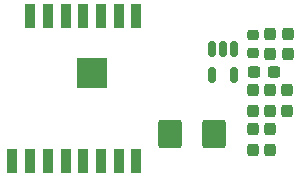
<source format=gbr>
%TF.GenerationSoftware,KiCad,Pcbnew,9.0.3*%
%TF.CreationDate,2025-08-01T16:52:08-04:00*%
%TF.ProjectId,dongle_pcb,646f6e67-6c65-45f7-9063-622e6b696361,rev?*%
%TF.SameCoordinates,Original*%
%TF.FileFunction,Soldermask,Bot*%
%TF.FilePolarity,Negative*%
%FSLAX46Y46*%
G04 Gerber Fmt 4.6, Leading zero omitted, Abs format (unit mm)*
G04 Created by KiCad (PCBNEW 9.0.3) date 2025-08-01 16:52:08*
%MOMM*%
%LPD*%
G01*
G04 APERTURE LIST*
G04 Aperture macros list*
%AMRoundRect*
0 Rectangle with rounded corners*
0 $1 Rounding radius*
0 $2 $3 $4 $5 $6 $7 $8 $9 X,Y pos of 4 corners*
0 Add a 4 corners polygon primitive as box body*
4,1,4,$2,$3,$4,$5,$6,$7,$8,$9,$2,$3,0*
0 Add four circle primitives for the rounded corners*
1,1,$1+$1,$2,$3*
1,1,$1+$1,$4,$5*
1,1,$1+$1,$6,$7*
1,1,$1+$1,$8,$9*
0 Add four rect primitives between the rounded corners*
20,1,$1+$1,$2,$3,$4,$5,0*
20,1,$1+$1,$4,$5,$6,$7,0*
20,1,$1+$1,$6,$7,$8,$9,0*
20,1,$1+$1,$8,$9,$2,$3,0*%
G04 Aperture macros list end*
%ADD10RoundRect,0.237500X-0.237500X0.300000X-0.237500X-0.300000X0.237500X-0.300000X0.237500X0.300000X0*%
%ADD11RoundRect,0.250000X-0.750000X-0.950000X0.750000X-0.950000X0.750000X0.950000X-0.750000X0.950000X0*%
%ADD12RoundRect,0.225000X0.250000X-0.225000X0.250000X0.225000X-0.250000X0.225000X-0.250000X-0.225000X0*%
%ADD13R,0.900000X2.000000*%
%ADD14R,2.500000X2.500000*%
%ADD15RoundRect,0.237500X0.237500X-0.300000X0.237500X0.300000X-0.237500X0.300000X-0.237500X-0.300000X0*%
%ADD16RoundRect,0.150000X-0.150000X0.512500X-0.150000X-0.512500X0.150000X-0.512500X0.150000X0.512500X0*%
%ADD17RoundRect,0.237500X0.300000X0.237500X-0.300000X0.237500X-0.300000X-0.237500X0.300000X-0.237500X0*%
G04 APERTURE END LIST*
D10*
%TO.C,C4*%
X141780000Y-70477500D03*
X141780000Y-72202500D03*
%TD*%
D11*
%TO.C,Y1*%
X131850000Y-78980000D03*
X135550000Y-78980000D03*
%TD*%
D12*
%TO.C,R4*%
X138840000Y-72115000D03*
X138840000Y-70565000D03*
%TD*%
D10*
%TO.C,R5*%
X140310000Y-78565000D03*
X140310000Y-80290000D03*
%TD*%
%TO.C,C3*%
X140310000Y-75257500D03*
X140310000Y-76982500D03*
%TD*%
D13*
%TO.C,U1*%
X119990000Y-68940000D03*
X121490000Y-68940000D03*
X122990000Y-68940000D03*
X124490000Y-68940000D03*
X125990000Y-68940000D03*
X127490000Y-68940000D03*
X128990000Y-68940000D03*
X128990000Y-81240000D03*
X127490000Y-81240000D03*
X125990000Y-81240000D03*
X124490000Y-81240000D03*
X122990000Y-81240000D03*
X121490000Y-81240000D03*
X119990000Y-81240000D03*
X118490000Y-81240000D03*
D14*
X125190000Y-73790000D03*
%TD*%
D15*
%TO.C,R3*%
X138850000Y-80290000D03*
X138850000Y-78565000D03*
%TD*%
D10*
%TO.C,C5*%
X138840000Y-75255000D03*
X138840000Y-76980000D03*
%TD*%
D15*
%TO.C,R2*%
X140320000Y-72202500D03*
X140320000Y-70477500D03*
%TD*%
D10*
%TO.C,C2*%
X141770000Y-75267500D03*
X141770000Y-76992500D03*
%TD*%
D16*
%TO.C,U2*%
X135362500Y-71722500D03*
X136312500Y-71722500D03*
X137262500Y-71722500D03*
X137262500Y-73997500D03*
X135362500Y-73997500D03*
%TD*%
D17*
%TO.C,C1*%
X140632500Y-73730000D03*
X138907500Y-73730000D03*
%TD*%
M02*

</source>
